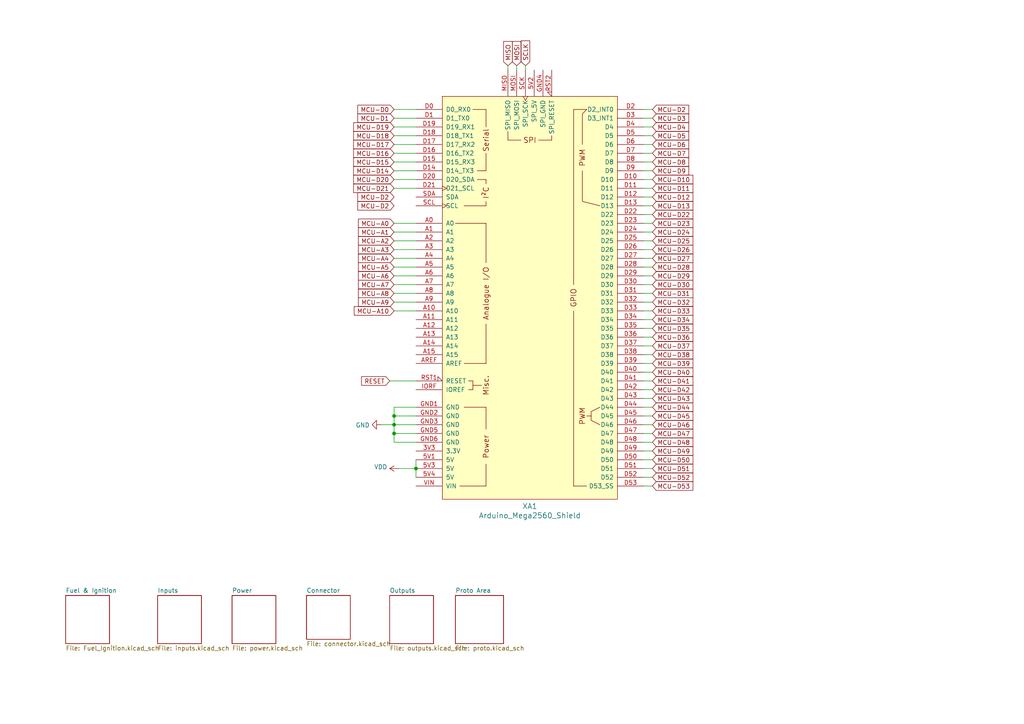
<source format=kicad_sch>
(kicad_sch (version 20210621) (generator eeschema)
  (paper "A4")
  (lib_symbols
    (symbol "Arduino:Arduino_Mega2560_Shield" (pin_names (offset 1.016))
      (property "Reference" "XA" (at 2.54 0 90))
      (property "Value" "Arduino_Arduino_Mega2560_Shield" (at -2.54 0 90))
      (symbol "Arduino_Mega2560_Shield_0_0"
        (rectangle (start -25.4 -58.42) (end 25.4 58.42) (fill (type background)))
        (rectangle (start -20.32 -54.61) (end -12.7 -54.61))
        (rectangle (start -19.05 -31.75) (end -12.7 -31.75))
        (rectangle (start -19.05 -19.05) (end -12.7 -19.05))
        (rectangle (start -19.05 26.67) (end -12.7 26.67))
        (rectangle (start -17.78 -26.67) (end -16.51 -26.67))
        (rectangle (start -17.78 -24.13) (end -16.51 -24.13))
        (rectangle (start -16.51 -25.4) (end -13.97 -25.4))
        (rectangle (start -16.51 -24.13) (end -16.51 -26.67))
        (rectangle (start -16.51 54.61) (end -12.7 54.61))
        (rectangle (start -15.24 34.29) (end -12.7 34.29))
        (rectangle (start -15.24 36.83) (end -12.7 36.83))
        (rectangle (start -12.7 -54.61) (end -12.7 -48.26))
        (rectangle (start -12.7 -31.75) (end -12.7 -38.1))
        (rectangle (start -12.7 26.67) (end -12.7 27.94))
        (rectangle (start -12.7 34.29) (end -12.7 33.02))
        (rectangle (start -12.7 41.91) (end -12.7 36.83))
        (rectangle (start -12.7 49.53) (end -12.7 54.61))
        (rectangle (start -6.35 48.26) (end -6.35 45.72))
        (rectangle (start -2.54 45.72) (end -6.35 45.72))
        (polyline (pts (xy -21.59 21.59) (xy -12.7 21.59)))
        (polyline (pts (xy -12.7 -19.05) (xy -12.7 -7.62)))
        (polyline (pts (xy -12.7 10.16) (xy -12.7 21.59)))
        (polyline (pts (xy 12.7 -54.61) (xy 16.51 -54.61)))
        (polyline (pts (xy 12.7 54.61) (xy 16.51 54.61)))
        (polyline (pts (xy 17.78 -34.29) (xy 16.51 -34.29)))
        (polyline (pts (xy 15.24 36.83) (xy 15.24 27.94) (xy 20.32 26.67)))
        (polyline (pts (xy 15.24 44.45) (xy 15.24 53.34) (xy 16.51 54.61)))
        (polyline (pts (xy 20.32 -31.75) (xy 17.78 -33.02) (xy 17.78 -35.56) (xy 20.32 -36.83)))
        (rectangle (start 6.35 45.72) (end 2.54 45.72))
        (rectangle (start 6.35 46.99) (end 6.35 45.72))
        (text "Analogue I/O" (at -12.7 1.27 900) (effects (font (size 1.524 1.524))))
        (text "I²C" (at -12.7 30.48 900) (effects (font (size 1.524 1.524))))
        (text "Misc." (at -12.7 -25.4 900) (effects (font (size 1.524 1.524))))
        (text "Power" (at -12.7 -43.18 900) (effects (font (size 1.524 1.524))))
        (text "PWM" (at 15.24 -34.29 900) (effects (font (size 1.524 1.524))))
        (text "PWM" (at 15.24 40.64 900) (effects (font (size 1.524 1.524))))
        (text "Serial" (at -12.7 45.72 900) (effects (font (size 1.524 1.524))))
        (text "SPI" (at 0 45.72 0) (effects (font (size 1.524 1.524))))
      )
      (symbol "Arduino_Mega2560_Shield_1_0"
        (rectangle (start 12.7 -54.61) (end 12.7 -3.81))
        (rectangle (start 12.7 54.61) (end 12.7 3.81))
        (text "GPIO" (at 12.7 0 900) (effects (font (size 1.524 1.524))))
      )
      (symbol "Arduino_Mega2560_Shield_1_1"
        (pin power_in line (at -33.02 -44.45 0) (length 7.62) (name "3.3V") (number "3V3"))
        (pin power_in line (at -33.02 -46.99 0) (length 7.62) (name "5V") (number "5V1"))
        (pin power_in line (at 1.27 66.04 270) (length 7.62) (name "SPI_5V") (number "5V2"))
        (pin power_in line (at -33.02 -49.53 0) (length 7.62) (name "5V") (number "5V3"))
        (pin power_in line (at -33.02 -52.07 0) (length 7.62) (name "5V") (number "5V4"))
        (pin bidirectional line (at -33.02 21.59 0) (length 7.62) (name "A0") (number "A0"))
        (pin bidirectional line (at -33.02 19.05 0) (length 7.62) (name "A1") (number "A1"))
        (pin bidirectional line (at -33.02 -3.81 0) (length 7.62) (name "A10") (number "A10"))
        (pin bidirectional line (at -33.02 -6.35 0) (length 7.62) (name "A11") (number "A11"))
        (pin bidirectional line (at -33.02 -8.89 0) (length 7.62) (name "A12") (number "A12"))
        (pin bidirectional line (at -33.02 -11.43 0) (length 7.62) (name "A13") (number "A13"))
        (pin bidirectional line (at -33.02 -13.97 0) (length 7.62) (name "A14") (number "A14"))
        (pin bidirectional line (at -33.02 -16.51 0) (length 7.62) (name "A15") (number "A15"))
        (pin bidirectional line (at -33.02 16.51 0) (length 7.62) (name "A2") (number "A2"))
        (pin bidirectional line (at -33.02 13.97 0) (length 7.62) (name "A3") (number "A3"))
        (pin bidirectional line (at -33.02 11.43 0) (length 7.62) (name "A4") (number "A4"))
        (pin bidirectional line (at -33.02 8.89 0) (length 7.62) (name "A5") (number "A5"))
        (pin bidirectional line (at -33.02 6.35 0) (length 7.62) (name "A6") (number "A6"))
        (pin bidirectional line (at -33.02 3.81 0) (length 7.62) (name "A7") (number "A7"))
        (pin bidirectional line (at -33.02 1.27 0) (length 7.62) (name "A8") (number "A8"))
        (pin bidirectional line (at -33.02 -1.27 0) (length 7.62) (name "A9") (number "A9"))
        (pin input line (at -33.02 -19.05 0) (length 7.62) (name "AREF") (number "AREF"))
        (pin bidirectional line (at -33.02 54.61 0) (length 7.62) (name "D0_RX0") (number "D0"))
        (pin bidirectional line (at -33.02 52.07 0) (length 7.62) (name "D1_TX0") (number "D1"))
        (pin bidirectional line (at 33.02 34.29 180) (length 7.62) (name "D10") (number "D10"))
        (pin bidirectional line (at 33.02 31.75 180) (length 7.62) (name "D11") (number "D11"))
        (pin bidirectional line (at 33.02 29.21 180) (length 7.62) (name "D12") (number "D12"))
        (pin bidirectional line (at 33.02 26.67 180) (length 7.62) (name "D13") (number "D13"))
        (pin bidirectional line (at -33.02 36.83 0) (length 7.62) (name "D14_TX3") (number "D14"))
        (pin bidirectional line (at -33.02 39.37 0) (length 7.62) (name "D15_RX3") (number "D15"))
        (pin bidirectional line (at -33.02 41.91 0) (length 7.62) (name "D16_TX2") (number "D16"))
        (pin bidirectional line (at -33.02 44.45 0) (length 7.62) (name "D17_RX2") (number "D17"))
        (pin bidirectional line (at -33.02 46.99 0) (length 7.62) (name "D18_TX1") (number "D18"))
        (pin bidirectional line (at -33.02 49.53 0) (length 7.62) (name "D19_RX1") (number "D19"))
        (pin bidirectional line (at 33.02 54.61 180) (length 7.62) (name "D2_INT0") (number "D2"))
        (pin bidirectional line (at -33.02 34.29 0) (length 7.62) (name "D20_SDA") (number "D20"))
        (pin bidirectional clock (at -33.02 31.75 0) (length 7.62) (name "D21_SCL") (number "D21"))
        (pin bidirectional line (at 33.02 24.13 180) (length 7.62) (name "D22") (number "D22"))
        (pin bidirectional line (at 33.02 21.59 180) (length 7.62) (name "D23") (number "D23"))
        (pin bidirectional line (at 33.02 19.05 180) (length 7.62) (name "D24") (number "D24"))
        (pin bidirectional line (at 33.02 16.51 180) (length 7.62) (name "D25") (number "D25"))
        (pin bidirectional line (at 33.02 13.97 180) (length 7.62) (name "D26") (number "D26"))
        (pin bidirectional line (at 33.02 11.43 180) (length 7.62) (name "D27") (number "D27"))
        (pin bidirectional line (at 33.02 8.89 180) (length 7.62) (name "D28") (number "D28"))
        (pin bidirectional line (at 33.02 6.35 180) (length 7.62) (name "D29") (number "D29"))
        (pin bidirectional line (at 33.02 52.07 180) (length 7.62) (name "D3_INT1") (number "D3"))
        (pin bidirectional line (at 33.02 3.81 180) (length 7.62) (name "D30") (number "D30"))
        (pin bidirectional line (at 33.02 1.27 180) (length 7.62) (name "D31") (number "D31"))
        (pin bidirectional line (at 33.02 -1.27 180) (length 7.62) (name "D32") (number "D32"))
        (pin bidirectional line (at 33.02 -3.81 180) (length 7.62) (name "D33") (number "D33"))
        (pin bidirectional line (at 33.02 -6.35 180) (length 7.62) (name "D34") (number "D34"))
        (pin bidirectional line (at 33.02 -8.89 180) (length 7.62) (name "D35") (number "D35"))
        (pin bidirectional line (at 33.02 -11.43 180) (length 7.62) (name "D36") (number "D36"))
        (pin bidirectional line (at 33.02 -13.97 180) (length 7.62) (name "D37") (number "D37"))
        (pin bidirectional line (at 33.02 -16.51 180) (length 7.62) (name "D38") (number "D38"))
        (pin bidirectional line (at 33.02 -19.05 180) (length 7.62) (name "D39") (number "D39"))
        (pin bidirectional line (at 33.02 49.53 180) (length 7.62) (name "D4") (number "D4"))
        (pin bidirectional line (at 33.02 -21.59 180) (length 7.62) (name "D40") (number "D40"))
        (pin bidirectional line (at 33.02 -24.13 180) (length 7.62) (name "D41") (number "D41"))
        (pin bidirectional line (at 33.02 -26.67 180) (length 7.62) (name "D42") (number "D42"))
        (pin bidirectional line (at 33.02 -29.21 180) (length 7.62) (name "D43") (number "D43"))
        (pin bidirectional line (at 33.02 -31.75 180) (length 7.62) (name "D44") (number "D44"))
        (pin bidirectional line (at 33.02 -34.29 180) (length 7.62) (name "D45") (number "D45"))
        (pin bidirectional line (at 33.02 -36.83 180) (length 7.62) (name "D46") (number "D46"))
        (pin bidirectional line (at 33.02 -39.37 180) (length 7.62) (name "D47") (number "D47"))
        (pin bidirectional line (at 33.02 -41.91 180) (length 7.62) (name "D48") (number "D48"))
        (pin bidirectional line (at 33.02 -44.45 180) (length 7.62) (name "D49") (number "D49"))
        (pin bidirectional line (at 33.02 46.99 180) (length 7.62) (name "D5") (number "D5"))
        (pin bidirectional line (at 33.02 -46.99 180) (length 7.62) (name "D50") (number "D50"))
        (pin bidirectional line (at 33.02 -49.53 180) (length 7.62) (name "D51") (number "D51"))
        (pin bidirectional line (at 33.02 -52.07 180) (length 7.62) (name "D52") (number "D52"))
        (pin bidirectional line (at 33.02 -54.61 180) (length 7.62) (name "D53_SS") (number "D53"))
        (pin bidirectional line (at 33.02 44.45 180) (length 7.62) (name "D6") (number "D6"))
        (pin bidirectional line (at 33.02 41.91 180) (length 7.62) (name "D7") (number "D7"))
        (pin bidirectional line (at 33.02 39.37 180) (length 7.62) (name "D8") (number "D8"))
        (pin bidirectional line (at 33.02 36.83 180) (length 7.62) (name "D9") (number "D9"))
        (pin power_in line (at -33.02 -31.75 0) (length 7.62) (name "GND") (number "GND1"))
        (pin power_in line (at -33.02 -34.29 0) (length 7.62) (name "GND") (number "GND2"))
        (pin power_in line (at -33.02 -36.83 0) (length 7.62) (name "GND") (number "GND3"))
        (pin power_in line (at 3.81 66.04 270) (length 7.62) (name "SPI_GND") (number "GND4"))
        (pin power_in line (at -33.02 -39.37 0) (length 7.62) (name "GND") (number "GND5"))
        (pin power_in line (at -33.02 -41.91 0) (length 7.62) (name "GND") (number "GND6"))
        (pin output line (at -33.02 -26.67 0) (length 7.62) (name "IOREF") (number "IORF"))
        (pin input line (at -6.35 66.04 270) (length 7.62) (name "SPI_MISO") (number "MISO"))
        (pin output line (at -3.81 66.04 270) (length 7.62) (name "SPI_MOSI") (number "MOSI"))
        (pin open_collector input_low (at -33.02 -24.13 0) (length 7.62) (name "RESET") (number "RST1"))
        (pin open_collector input_low (at 6.35 66.04 270) (length 7.62) (name "SPI_RESET") (number "RST2"))
        (pin output clock (at -1.27 66.04 270) (length 7.62) (name "SPI_SCK") (number "SCK"))
        (pin bidirectional clock (at -33.02 26.67 0) (length 7.62) (name "SCL") (number "SCL"))
        (pin bidirectional line (at -33.02 29.21 0) (length 7.62) (name "SDA") (number "SDA"))
        (pin power_in line (at -33.02 -54.61 0) (length 7.62) (name "VIN") (number "VIN"))
      )
    )
    (symbol "power:GND" (power) (pin_names (offset 0))
      (property "Value" "GND" (at 0 -3.81 0))
      (symbol "GND_0_1"
        (polyline (pts (xy 0 0) (xy 0 -1.27) (xy 1.27 -1.27) (xy 0 -2.54) (xy -1.27 -1.27) (xy 0 -1.27)))
      )
      (symbol "GND_1_1"
        (pin power_in line (at 0 0 270) (length 0) hide (name "GND") (number "1"))
      )
    )
    (symbol "power:VDD" (power) (pin_names (offset 0))
      (property "Value" "VDD" (at 0 3.81 0))
      (symbol "VDD_0_1"
        (polyline (pts (xy -0.762 1.27) (xy 0 2.54)))
        (polyline (pts (xy 0 0) (xy 0 2.54)))
        (polyline (pts (xy 0 2.54) (xy 0.762 1.27)))
      )
      (symbol "VDD_1_1"
        (pin power_in line (at 0 0 90) (length 0) hide (name "VDD") (number "1"))
      )
    )
  )
  (junction (at 114.3 123.19))
  (junction (at 114.3 125.73))
  (junction (at 114.3 120.65))
  (junction (at 120.65 135.89))
  (wire (pts (xy 186.69 135.89) (xy 189.23 135.89)))
  (wire (pts (xy 189.23 34.29) (xy 186.69 34.29)))
  (wire (pts (xy 189.23 59.69) (xy 186.69 59.69)))
  (wire (pts (xy 114.3 118.11) (xy 114.3 120.65)))
  (wire (pts (xy 186.69 80.01) (xy 189.23 80.01)))
  (wire (pts (xy 189.23 92.71) (xy 186.69 92.71)))
  (wire (pts (xy 114.3 36.83) (xy 120.65 36.83)))
  (wire (pts (xy 189.23 138.43) (xy 186.69 138.43)))
  (wire (pts (xy 120.65 34.29) (xy 114.3 34.29)))
  (wire (pts (xy 189.23 67.31) (xy 186.69 67.31)))
  (wire (pts (xy 189.23 87.63) (xy 186.69 87.63)))
  (wire (pts (xy 189.23 49.53) (xy 186.69 49.53)))
  (wire (pts (xy 120.65 120.65) (xy 114.3 120.65)))
  (wire (pts (xy 189.23 62.23) (xy 186.69 62.23)))
  (wire (pts (xy 120.65 128.27) (xy 114.3 128.27)))
  (wire (pts (xy 186.69 85.09) (xy 189.23 85.09)))
  (wire (pts (xy 186.69 57.15) (xy 189.23 57.15)))
  (wire (pts (xy 186.69 36.83) (xy 189.23 36.83)))
  (wire (pts (xy 120.65 118.11) (xy 114.3 118.11)))
  (wire (pts (xy 189.23 107.95) (xy 186.69 107.95)))
  (wire (pts (xy 149.86 19.05) (xy 149.86 20.32)))
  (wire (pts (xy 114.3 120.65) (xy 114.3 123.19)))
  (wire (pts (xy 114.3 72.39) (xy 120.65 72.39)))
  (wire (pts (xy 189.23 82.55) (xy 186.69 82.55)))
  (wire (pts (xy 186.69 31.75) (xy 189.23 31.75)))
  (wire (pts (xy 186.69 110.49) (xy 189.23 110.49)))
  (wire (pts (xy 186.69 115.57) (xy 189.23 115.57)))
  (wire (pts (xy 120.65 74.93) (xy 114.3 74.93)))
  (wire (pts (xy 114.3 125.73) (xy 114.3 123.19)))
  (wire (pts (xy 120.65 85.09) (xy 114.3 85.09)))
  (wire (pts (xy 189.23 39.37) (xy 186.69 39.37)))
  (wire (pts (xy 186.69 120.65) (xy 189.23 120.65)))
  (wire (pts (xy 186.69 74.93) (xy 189.23 74.93)))
  (wire (pts (xy 186.69 130.81) (xy 189.23 130.81)))
  (wire (pts (xy 189.23 118.11) (xy 186.69 118.11)))
  (wire (pts (xy 120.65 54.61) (xy 114.3 54.61)))
  (wire (pts (xy 114.3 64.77) (xy 120.65 64.77)))
  (wire (pts (xy 114.3 82.55) (xy 120.65 82.55)))
  (wire (pts (xy 189.23 97.79) (xy 186.69 97.79)))
  (wire (pts (xy 114.3 52.07) (xy 120.65 52.07)))
  (wire (pts (xy 120.65 49.53) (xy 114.3 49.53)))
  (wire (pts (xy 114.3 67.31) (xy 120.65 67.31)))
  (wire (pts (xy 189.23 128.27) (xy 186.69 128.27)))
  (wire (pts (xy 189.23 54.61) (xy 186.69 54.61)))
  (wire (pts (xy 147.32 19.05) (xy 147.32 20.32)))
  (wire (pts (xy 120.65 69.85) (xy 114.3 69.85)))
  (wire (pts (xy 189.23 133.35) (xy 186.69 133.35)))
  (wire (pts (xy 186.69 95.25) (xy 189.23 95.25)))
  (wire (pts (xy 114.3 128.27) (xy 114.3 125.73)))
  (wire (pts (xy 120.65 138.43) (xy 120.65 135.89)))
  (wire (pts (xy 186.69 90.17) (xy 189.23 90.17)))
  (wire (pts (xy 115.57 135.89) (xy 120.65 135.89)))
  (wire (pts (xy 186.69 69.85) (xy 189.23 69.85)))
  (wire (pts (xy 186.69 46.99) (xy 189.23 46.99)))
  (wire (pts (xy 189.23 113.03) (xy 186.69 113.03)))
  (wire (pts (xy 114.3 123.19) (xy 110.49 123.19)))
  (wire (pts (xy 189.23 102.87) (xy 186.69 102.87)))
  (wire (pts (xy 120.65 90.17) (xy 114.3 90.17)))
  (wire (pts (xy 120.65 80.01) (xy 114.3 80.01)))
  (wire (pts (xy 114.3 46.99) (xy 120.65 46.99)))
  (wire (pts (xy 120.65 123.19) (xy 114.3 123.19)))
  (wire (pts (xy 189.23 123.19) (xy 186.69 123.19)))
  (wire (pts (xy 120.65 39.37) (xy 114.3 39.37)))
  (wire (pts (xy 152.4 19.05) (xy 152.4 20.32)))
  (wire (pts (xy 186.69 52.07) (xy 189.23 52.07)))
  (wire (pts (xy 114.3 77.47) (xy 120.65 77.47)))
  (wire (pts (xy 186.69 105.41) (xy 189.23 105.41)))
  (wire (pts (xy 189.23 72.39) (xy 186.69 72.39)))
  (wire (pts (xy 186.69 100.33) (xy 189.23 100.33)))
  (wire (pts (xy 114.3 41.91) (xy 120.65 41.91)))
  (wire (pts (xy 114.3 87.63) (xy 120.65 87.63)))
  (wire (pts (xy 114.3 31.75) (xy 120.65 31.75)))
  (wire (pts (xy 189.23 77.47) (xy 186.69 77.47)))
  (wire (pts (xy 113.03 110.49) (xy 120.65 110.49)))
  (wire (pts (xy 120.65 125.73) (xy 114.3 125.73)))
  (wire (pts (xy 186.69 140.97) (xy 189.23 140.97)))
  (wire (pts (xy 186.69 64.77) (xy 189.23 64.77)))
  (wire (pts (xy 186.69 125.73) (xy 189.23 125.73)))
  (wire (pts (xy 189.23 44.45) (xy 186.69 44.45)))
  (wire (pts (xy 120.65 44.45) (xy 114.3 44.45)))
  (wire (pts (xy 120.65 133.35) (xy 120.65 135.89)))
  (wire (pts (xy 186.69 41.91) (xy 189.23 41.91)))
  (global_label "MCU-D43" (shape input) (at 189.23 115.57 0) (property "Intersheet References" "${INTERSHEET_REFS}" (effects hide)))
  (global_label "MCU-D1" (shape input) (at 114.3 34.29 180) (property "Intersheet References" "${INTERSHEET_REFS}" (effects hide)))
  (global_label "MCU-D27" (shape input) (at 189.23 74.93 0) (property "Intersheet References" "${INTERSHEET_REFS}" (effects hide)))
  (global_label "MCU-D38" (shape input) (at 189.23 102.87 0) (property "Intersheet References" "${INTERSHEET_REFS}" (effects hide)))
  (global_label "MCU-D17" (shape input) (at 114.3 41.91 180) (property "Intersheet References" "${INTERSHEET_REFS}" (effects hide)))
  (global_label "MCU-D19" (shape input) (at 114.3 36.83 180) (property "Intersheet References" "${INTERSHEET_REFS}" (effects hide)))
  (global_label "MCU-A6" (shape input) (at 114.3 80.01 180) (property "Intersheet References" "${INTERSHEET_REFS}" (effects hide)))
  (global_label "MCU-D32" (shape input) (at 189.23 87.63 0) (property "Intersheet References" "${INTERSHEET_REFS}" (effects hide)))
  (global_label "MCU-D47" (shape input) (at 189.23 125.73 0) (property "Intersheet References" "${INTERSHEET_REFS}" (effects hide)))
  (global_label "MCU-A0" (shape input) (at 114.3 64.77 180) (property "Intersheet References" "${INTERSHEET_REFS}" (effects hide)))
  (global_label "MCU-D2" (shape input) (at 114.3 59.69 180) (property "Intersheet References" "${INTERSHEET_REFS}" (effects hide)))
  (global_label "MCU-A8" (shape input) (at 114.3 85.09 180) (property "Intersheet References" "${INTERSHEET_REFS}" (effects hide)))
  (global_label "MCU-D34" (shape input) (at 189.23 92.71 0) (property "Intersheet References" "${INTERSHEET_REFS}" (effects hide)))
  (global_label "MCU-D25" (shape input) (at 189.23 69.85 0) (property "Intersheet References" "${INTERSHEET_REFS}" (effects hide)))
  (global_label "MCU-A10" (shape input) (at 114.3 90.17 180) (property "Intersheet References" "${INTERSHEET_REFS}" (effects hide)))
  (global_label "MCU-D50" (shape input) (at 189.23 133.35 0) (property "Intersheet References" "${INTERSHEET_REFS}" (effects hide)))
  (global_label "MCU-D36" (shape input) (at 189.23 97.79 0) (property "Intersheet References" "${INTERSHEET_REFS}" (effects hide)))
  (global_label "MCU-D53" (shape input) (at 189.23 140.97 0) (property "Intersheet References" "${INTERSHEET_REFS}" (effects hide)))
  (global_label "MCU-D30" (shape input) (at 189.23 82.55 0) (property "Intersheet References" "${INTERSHEET_REFS}" (effects hide)))
  (global_label "MCU-D13" (shape input) (at 189.23 59.69 0) (property "Intersheet References" "${INTERSHEET_REFS}" (effects hide)))
  (global_label "MCU-A3" (shape input) (at 114.3 72.39 180) (property "Intersheet References" "${INTERSHEET_REFS}" (effects hide)))
  (global_label "MCU-D23" (shape input) (at 189.23 64.77 0) (property "Intersheet References" "${INTERSHEET_REFS}" (effects hide)))
  (global_label "MCU-D40" (shape input) (at 189.23 107.95 0) (property "Intersheet References" "${INTERSHEET_REFS}" (effects hide)))
  (global_label "MCU-D28" (shape input) (at 189.23 77.47 0) (property "Intersheet References" "${INTERSHEET_REFS}" (effects hide)))
  (global_label "MCU-D18" (shape input) (at 114.3 39.37 180) (property "Intersheet References" "${INTERSHEET_REFS}" (effects hide)))
  (global_label "MCU-A5" (shape input) (at 114.3 77.47 180) (property "Intersheet References" "${INTERSHEET_REFS}" (effects hide)))
  (global_label "MCU-D41" (shape input) (at 189.23 110.49 0) (property "Intersheet References" "${INTERSHEET_REFS}" (effects hide)))
  (global_label "MCU-D44" (shape input) (at 189.23 118.11 0) (property "Intersheet References" "${INTERSHEET_REFS}" (effects hide)))
  (global_label "MCU-D33" (shape input) (at 189.23 90.17 0) (property "Intersheet References" "${INTERSHEET_REFS}" (effects hide)))
  (global_label "SCLK" (shape input) (at 152.4 19.05 90) (property "Intersheet References" "${INTERSHEET_REFS}" (effects hide)))
  (global_label "MCU-D2" (shape input) (at 114.3 57.15 180) (property "Intersheet References" "${INTERSHEET_REFS}" (effects hide)))
  (global_label "MCU-D52" (shape input) (at 189.23 138.43 0) (property "Intersheet References" "${INTERSHEET_REFS}" (effects hide)))
  (global_label "MCU-A9" (shape input) (at 114.3 87.63 180) (property "Intersheet References" "${INTERSHEET_REFS}" (effects hide)))
  (global_label "MCU-D31" (shape input) (at 189.23 85.09 0) (property "Intersheet References" "${INTERSHEET_REFS}" (effects hide)))
  (global_label "MOSI" (shape input) (at 149.86 19.05 90) (property "Intersheet References" "${INTERSHEET_REFS}" (effects hide)))
  (global_label "MCU-D48" (shape input) (at 189.23 128.27 0) (property "Intersheet References" "${INTERSHEET_REFS}" (effects hide)))
  (global_label "MCU-D9" (shape input) (at 189.23 49.53 0) (property "Intersheet References" "${INTERSHEET_REFS}" (effects hide)))
  (global_label "MCU-D39" (shape input) (at 189.23 105.41 0) (property "Intersheet References" "${INTERSHEET_REFS}" (effects hide)))
  (global_label "MCU-D35" (shape input) (at 189.23 95.25 0) (property "Intersheet References" "${INTERSHEET_REFS}" (effects hide)))
  (global_label "MCU-D26" (shape input) (at 189.23 72.39 0) (property "Intersheet References" "${INTERSHEET_REFS}" (effects hide)))
  (global_label "MCU-D49" (shape input) (at 189.23 130.81 0) (property "Intersheet References" "${INTERSHEET_REFS}" (effects hide)))
  (global_label "MCU-D5" (shape input) (at 189.23 39.37 0) (property "Intersheet References" "${INTERSHEET_REFS}" (effects hide)))
  (global_label "MCU-D29" (shape input) (at 189.23 80.01 0) (property "Intersheet References" "${INTERSHEET_REFS}" (effects hide)))
  (global_label "MCU-D20" (shape input) (at 114.3 52.07 180) (property "Intersheet References" "${INTERSHEET_REFS}" (effects hide)))
  (global_label "MCU-A2" (shape input) (at 114.3 69.85 180) (property "Intersheet References" "${INTERSHEET_REFS}" (effects hide)))
  (global_label "MCU-D42" (shape input) (at 189.23 113.03 0) (property "Intersheet References" "${INTERSHEET_REFS}" (effects hide)))
  (global_label "RESET" (shape input) (at 113.03 110.49 180) (property "Intersheet References" "${INTERSHEET_REFS}" (effects hide)))
  (global_label "MCU-D2" (shape input) (at 189.23 31.75 0) (property "Intersheet References" "${INTERSHEET_REFS}" (effects hide)))
  (global_label "MCU-D37" (shape input) (at 189.23 100.33 0) (property "Intersheet References" "${INTERSHEET_REFS}" (effects hide)))
  (global_label "MCU-D6" (shape input) (at 189.23 41.91 0) (property "Intersheet References" "${INTERSHEET_REFS}" (effects hide)))
  (global_label "MCU-D15" (shape input) (at 114.3 46.99 180) (property "Intersheet References" "${INTERSHEET_REFS}" (effects hide)))
  (global_label "MCU-D22" (shape input) (at 189.23 62.23 0) (property "Intersheet References" "${INTERSHEET_REFS}" (effects hide)))
  (global_label "MCU-D45" (shape input) (at 189.23 120.65 0) (property "Intersheet References" "${INTERSHEET_REFS}" (effects hide)))
  (global_label "MCU-D14" (shape input) (at 114.3 49.53 180) (property "Intersheet References" "${INTERSHEET_REFS}" (effects hide)))
  (global_label "MCU-D51" (shape input) (at 189.23 135.89 0) (property "Intersheet References" "${INTERSHEET_REFS}" (effects hide)))
  (global_label "MCU-D24" (shape input) (at 189.23 67.31 0) (property "Intersheet References" "${INTERSHEET_REFS}" (effects hide)))
  (global_label "MCU-D46" (shape input) (at 189.23 123.19 0) (property "Intersheet References" "${INTERSHEET_REFS}" (effects hide)))
  (global_label "MCU-A7" (shape input) (at 114.3 82.55 180) (property "Intersheet References" "${INTERSHEET_REFS}" (effects hide)))
  (global_label "MCU-D11" (shape input) (at 189.23 54.61 0) (property "Intersheet References" "${INTERSHEET_REFS}" (effects hide)))
  (global_label "MISO" (shape input) (at 147.32 19.05 90) (property "Intersheet References" "${INTERSHEET_REFS}" (effects hide)))
  (global_label "MCU-D12" (shape input) (at 189.23 57.15 0) (property "Intersheet References" "${INTERSHEET_REFS}" (effects hide)))
  (global_label "MCU-D7" (shape input) (at 189.23 44.45 0) (property "Intersheet References" "${INTERSHEET_REFS}" (effects hide)))
  (global_label "MCU-D3" (shape input) (at 189.23 34.29 0) (property "Intersheet References" "${INTERSHEET_REFS}" (effects hide)))
  (global_label "MCU-D10" (shape input) (at 189.23 52.07 0) (property "Intersheet References" "${INTERSHEET_REFS}" (effects hide)))
  (global_label "MCU-D0" (shape input) (at 114.3 31.75 180) (property "Intersheet References" "${INTERSHEET_REFS}" (effects hide)))
  (global_label "MCU-D16" (shape input) (at 114.3 44.45 180) (property "Intersheet References" "${INTERSHEET_REFS}" (effects hide)))
  (global_label "MCU-A4" (shape input) (at 114.3 74.93 180) (property "Intersheet References" "${INTERSHEET_REFS}" (effects hide)))
  (global_label "MCU-D8" (shape input) (at 189.23 46.99 0) (property "Intersheet References" "${INTERSHEET_REFS}" (effects hide)))
  (global_label "MCU-D4" (shape input) (at 189.23 36.83 0) (property "Intersheet References" "${INTERSHEET_REFS}" (effects hide)))
  (global_label "MCU-A1" (shape input) (at 114.3 67.31 180) (property "Intersheet References" "${INTERSHEET_REFS}" (effects hide)))
  (global_label "MCU-D21" (shape input) (at 114.3 54.61 180) (property "Intersheet References" "${INTERSHEET_REFS}" (effects hide)))
  (symbol (lib_id "Arduino:Arduino_Mega2560_Shield") (at 153.67 86.36 0) (unit 1)
    (property "Reference" "XA1" (at 153.67 146.8374 0) (effects (font (size 1.524 1.524))))
    (property "Value" "Arduino_Mega2560_Shield" (at 153.67 149.5298 0) (effects (font (size 1.524 1.524))))
    (property "Footprint" "Arduino:Arduino_Mega2560_Shield" (effects hide))
  )
  (symbol (lib_id "power:GND") (at 110.49 123.19 270) (unit 1)
    (property "Reference" "#PWR01" (effects hide))
    (property "Value" "GND" (at 107.2388 123.317 90) (effects (justify right)))
  )
  (symbol (lib_id "power:VDD") (at 115.57 135.89 90) (unit 1)
    (property "Reference" "#PWR02" (effects hide))
    (property "Value" "VDD" (at 112.3442 135.4328 90) (effects (justify left)))
  )
  (sheet (at 19.05 172.72) (size 12.7 13.97)
    (property "Nom feuille" "Fuel & Ignition" (at 19.05 172.0084 0) (effects (justify left bottom)))
    (property "Fichier de feuille" "Fuel_Ignition.kicad_sch" (at 19.05 187.2746 0) (effects (justify left top)))
  )
  (sheet (at 45.72 172.72) (size 12.7 13.97)
    (property "Nom feuille" "Inputs" (at 45.72 172.0084 0) (effects (justify left bottom)))
    (property "Fichier de feuille" "inputs.kicad_sch" (at 45.72 187.2746 0) (effects (justify left top)))
  )
  (sheet (at 67.31 172.72) (size 12.7 13.97)
    (property "Nom feuille" "Power" (at 67.31 172.0084 0) (effects (justify left bottom)))
    (property "Fichier de feuille" "power.kicad_sch" (at 67.31 187.2746 0) (effects (justify left top)))
  )
  (sheet (at 88.9 172.72) (size 12.7 12.7)
    (property "Nom feuille" "Connector" (at 88.9 172.0084 0) (effects (justify left bottom)))
    (property "Fichier de feuille" "connector.kicad_sch" (at 88.9 186.0046 0) (effects (justify left top)))
  )
  (sheet (at 113.03 172.72) (size 12.7 13.97)
    (property "Nom feuille" "Outputs" (at 113.03 172.0084 0) (effects (justify left bottom)))
    (property "Fichier de feuille" "outputs.kicad_sch" (at 113.03 187.2746 0) (effects (justify left top)))
  )
  (sheet (at 132.08 172.72) (size 13.97 13.97)
    (property "Nom feuille" "Proto Area" (at 132.08 172.0084 0) (effects (justify left bottom)))
    (property "Fichier de feuille" "proto.kicad_sch" (at 132.08 187.2746 0) (effects (justify left top)))
  )
)
</source>
